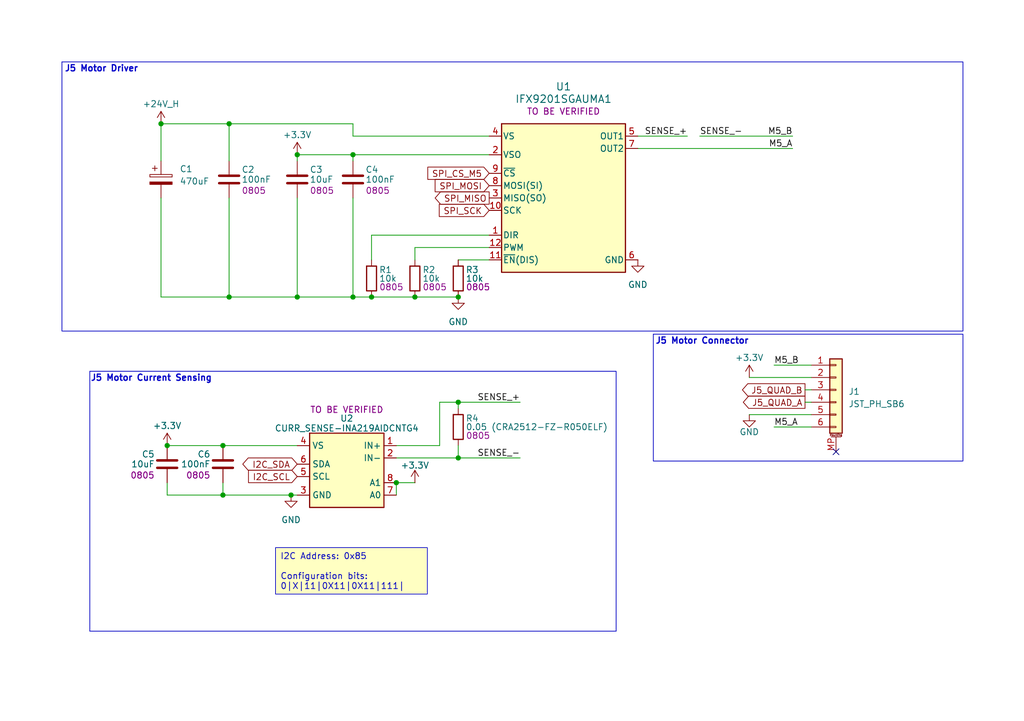
<source format=kicad_sch>
(kicad_sch (version 20231120) (generator "eeschema") (generator_version "8.0")
  (paper "A5")
  (title_block (title "${PROJECTNAME}") (date "2025-02-08") (rev "${REVISION}") (company "${GROUP_NAME}") (comment 1 "${AUTHOR}"))
  (lib_symbols
    (symbol "Connector_Generic_MountingPin:Conn_01x06_MountingPin" (pin_names (offset 1.016) hide)
      (property "Reference" "J" (at 0 7.62 0))
      (property "Value" "Conn_01x06_MountingPin" (at 1.27 -10.16 0))
      (symbol "Conn_01x06_MountingPin_1_1"
        (rectangle (start -1.27 -7.493) (end 0 -7.747) (stroke (width 0.1524)))
        (rectangle (start -1.27 -4.953) (end 0 -5.207) (stroke (width 0.1524)))
        (rectangle (start -1.27 -2.413) (end 0 -2.667) (stroke (width 0.1524)))
        (rectangle (start -1.27 0.127) (end 0 -0.127) (stroke (width 0.1524)))
        (rectangle (start -1.27 2.667) (end 0 2.413) (stroke (width 0.1524)))
        (rectangle (start -1.27 5.207) (end 0 4.953) (stroke (width 0.1524)))
        (rectangle (start -1.27 6.35) (end 1.27 -8.89) (stroke (width 0.254)) (fill (type background)))
        (polyline (pts (xy -1.016 -9.652) (xy 1.016 -9.652)) (stroke (width 0.1524)))
        (text "Mounting" (at 0 -9.271 0) (effects (font (size 0.381 0.381))))
        (pin passive line (at -5.08 5.08 0) (length 3.81) (name "Pin_1") (number "1"))
        (pin passive line (at -5.08 2.54 0) (length 3.81) (name "Pin_2") (number "2"))
        (pin passive line (at -5.08 0 0) (length 3.81) (name "Pin_3") (number "3"))
        (pin passive line (at -5.08 -2.54 0) (length 3.81) (name "Pin_4") (number "4"))
        (pin passive line (at -5.08 -5.08 0) (length 3.81) (name "Pin_5") (number "5"))
        (pin passive line (at -5.08 -7.62 0) (length 3.81) (name "Pin_6") (number "6"))
        (pin passive line (at 0 -12.7 90) (length 3.048) (name "MountPin") (number "MP"))
      )
    )
    (symbol "Device:C_Polarized" (pin_numbers hide) (pin_names (offset 0.254))
      (property "Reference" "C" (at 0.635 2.54 0))
      (property "Value" "C_Polarized" (at 0.635 -2.54 0))
      (symbol "C_Polarized_0_1"
        (rectangle (start -2.286 0.508) (end 2.286 1.016))
        (polyline (pts (xy -1.778 2.286) (xy -0.762 2.286)))
        (polyline (pts (xy -1.27 2.794) (xy -1.27 1.778)))
        (rectangle (start 2.286 -0.508) (end -2.286 -1.016) (fill (type outline)))
      )
      (symbol "C_Polarized_1_1"
        (pin passive line (at 0 3.81 270) (length 2.794) (name "~") (number "1"))
        (pin passive line (at 0 -3.81 90) (length 2.794) (name "~") (number "2"))
      )
    )
    (symbol "RoverLibrary:CURR_SENSE-INA219AIDCNTG4"
      (property "Reference" "U" (at 0 10.668 0))
      (property "Value" "CURR_SENSE-INA219AIDCNTG4" (at 0 8.636 0))
      (property "STATUS" "TO BE VERIFIED" (at 0 12.446 0))
      (symbol "CURR_SENSE-INA219AIDCNTG4_0_1"
        (rectangle (start -7.62 7.62) (end 7.62 -7.62) (stroke (width 0.254)) (fill (type background)))
      )
      (symbol "CURR_SENSE-INA219AIDCNTG4_1_1"
        (pin input line (at 10.16 5.08 180) (length 2.54) (name "IN+") (number "1"))
        (pin input line (at 10.16 2.54 180) (length 2.54) (name "IN-") (number "2"))
        (pin power_in line (at -10.16 -5.08 0) (length 2.54) (name "GND") (number "3"))
        (pin power_in line (at -10.16 5.08 0) (length 2.54) (name "VS") (number "4"))
        (pin input line (at -10.16 -1.27 0) (length 2.54) (name "SCL") (number "5"))
        (pin bidirectional line (at -10.16 1.27 0) (length 2.54) (name "SDA") (number "6"))
        (pin input line (at 10.16 -5.08 180) (length 2.54) (name "A0") (number "7"))
        (pin input line (at 10.16 -2.54 180) (length 2.54) (name "A1") (number "8"))
      )
    )
    (symbol "RoverLibrary:C_0805" (pin_numbers hide) (pin_names (offset 0.254))
      (property "Reference" "C" (at 2.54 2.032 0))
      (property "Value" "~" (at 2.54 0 0))
      (property "Package" "0805" (at 2.54 -2.286 0))
      (symbol "C_0805_0_1"
        (polyline (pts (xy -2.032 -0.762) (xy 2.032 -0.762)) (stroke (width 0.508)))
        (polyline (pts (xy -2.032 0.762) (xy 2.032 0.762)) (stroke (width 0.508)))
      )
      (symbol "C_0805_1_1"
        (pin passive line (at 0 3.81 270) (length 2.794) (name "~") (number "1"))
        (pin passive line (at 0 -3.81 90) (length 2.794) (name "~") (number "2"))
      )
    )
    (symbol "RoverLibrary:Drive-IFX9201SGAUMA1" (pin_names (offset 0.254))
      (property "Reference" "U" (at 0 -1.27 0))
      (property "Value" "IFX9201SGAUMA1" (at 0 -3.81 0))
      (property "STATUS" "TO BE VERIFIED" (at 0 1.016 0))
      (symbol "Drive-IFX9201SGAUMA1_1_1"
        (rectangle (start -12.7 -6.35) (end 12.7 -36.83) (stroke (width 0.254)) (fill (type background)))
        (pin input line (at -15.24 -29.21 0) (length 2.54) (name "DIR") (number "1"))
        (pin input line (at -15.24 -24.13 0) (length 2.54) (name "SCK") (number "10"))
        (pin input line (at -15.24 -34.29 0) (length 2.54) (name "~{EN}(DIS)") (number "11"))
        (pin input line (at -15.24 -31.75 0) (length 2.54) (name "PWM") (number "12"))
        (pin input line (at -15.24 -12.7 0) (length 2.54) (name "VSO") (number "2"))
        (pin output line (at -15.24 -21.59 0) (length 2.54) (name "MISO(SO)") (number "3"))
        (pin power_in line (at -15.24 -8.89 0) (length 2.54) (name "VS") (number "4"))
        (pin power_out line (at 15.24 -8.89 180) (length 2.54) (name "OUT1") (number "5"))
        (pin input line (at 15.24 -34.29 180) (length 2.54) (name "GND") (number "6"))
        (pin power_out line (at 15.24 -11.43 180) (length 2.54) (name "OUT2") (number "7"))
        (pin input line (at -15.24 -19.05 0) (length 2.54) (name "MOSI(SI)") (number "8"))
        (pin input line (at -15.24 -16.51 0) (length 2.54) (name "~{CS}") (number "9"))
      )
    )
    (symbol "RoverLibrary:R_0805" (pin_numbers hide) (pin_names (offset 0))
      (property "Reference" "R" (at 2.032 0 90))
      (property "Value" "k" (at 0 0 90))
      (property "Package" "0805" (at -2.286 0 90))
      (symbol "R_0805_0_1"
        (rectangle (start -1.016 -2.54) (end 1.016 2.54) (stroke (width 0.254)))
      )
      (symbol "R_0805_1_1"
        (pin passive line (at 0 3.81 270) (length 1.27) (name "~") (number "1"))
        (pin passive line (at 0 -3.81 90) (length 1.27) (name "~") (number "2"))
      )
    )
    (symbol "power:+24V" (power) (pin_numbers hide) (pin_names (offset 0) hide)
      (property "Value" "+24V" (at 0 3.556 0))
      (symbol "+24V_0_1"
        (polyline (pts (xy -0.762 1.27) (xy 0 2.54)))
        (polyline (pts (xy 0 0) (xy 0 2.54)))
        (polyline (pts (xy 0 2.54) (xy 0.762 1.27)))
      )
      (symbol "+24V_1_1"
        (pin power_in line (at 0 0 90) (length 0) (name "~") (number "1"))
      )
    )
    (symbol "power:+3.3V" (power) (pin_numbers hide) (pin_names (offset 0) hide)
      (property "Value" "+3.3V" (at 0 3.556 0))
      (symbol "+3.3V_0_1"
        (polyline (pts (xy -0.762 1.27) (xy 0 2.54)))
        (polyline (pts (xy 0 0) (xy 0 2.54)))
        (polyline (pts (xy 0 2.54) (xy 0.762 1.27)))
      )
      (symbol "+3.3V_1_1"
        (pin power_in line (at 0 0 90) (length 0) (name "~") (number "1"))
      )
    )
    (symbol "power:GND" (power) (pin_numbers hide) (pin_names (offset 0) hide)
      (property "Value" "GND" (at 0 -3.81 0))
      (symbol "GND_0_1"
        (polyline (pts (xy 0 0) (xy 0 -1.27) (xy 1.27 -1.27) (xy 0 -2.54) (xy -1.27 -1.27) (xy 0 -1.27)))
      )
      (symbol "GND_1_1"
        (pin power_in line (at 0 0 270) (length 0) (name "~") (number "1"))
      )
    )
  )
  (junction (at 72.39 31.75))
  (junction (at 60.96 31.75))
  (junction (at 93.98 60.96))
  (junction (at 45.72 101.6))
  (junction (at 76.2 60.96))
  (junction (at 60.96 60.96))
  (junction (at 45.72 91.44))
  (junction (at 34.29 91.44))
  (junction (at 85.09 60.96))
  (junction (at 72.39 60.96))
  (junction (at 93.98 82.55))
  (junction (at 81.28 99.06))
  (junction (at 59.69 101.6))
  (junction (at 46.99 25.4))
  (junction (at 33.02 25.4))
  (junction (at 93.98 93.98))
  (junction (at 46.99 60.96))
  (no_connect (at 171.45 92.71))
  (wire (pts (xy 60.96 60.96) (xy 60.96 40.64)))
  (wire (pts (xy 76.2 60.96) (xy 85.09 60.96)))
  (wire (pts (xy 130.81 30.48) (xy 162.56 30.48)))
  (wire (pts (xy 45.72 91.44) (xy 60.96 91.44)))
  (wire (pts (xy 85.09 53.34) (xy 85.09 50.8)))
  (wire (pts (xy 33.02 60.96) (xy 33.02 40.64)))
  (wire (pts (xy 72.39 27.94) (xy 100.33 27.94)))
  (wire (pts (xy 46.99 25.4) (xy 72.39 25.4)))
  (wire (pts (xy 165.1 80.01) (xy 166.37 80.01)))
  (wire (pts (xy 85.09 50.8) (xy 100.33 50.8)))
  (wire (pts (xy 72.39 25.4) (xy 72.39 27.94)))
  (wire (pts (xy 158.75 74.93) (xy 166.37 74.93)))
  (wire (pts (xy 60.96 33.02) (xy 60.96 31.75)))
  (wire (pts (xy 85.09 60.96) (xy 93.98 60.96)))
  (wire (pts (xy 90.17 82.55) (xy 93.98 82.55)))
  (wire (pts (xy 34.29 101.6) (xy 34.29 99.06)))
  (wire (pts (xy 140.97 27.94) (xy 130.81 27.94)))
  (wire (pts (xy 93.98 91.44) (xy 93.98 93.98)))
  (wire (pts (xy 76.2 48.26) (xy 100.33 48.26)))
  (wire (pts (xy 165.1 82.55) (xy 166.37 82.55)))
  (wire (pts (xy 72.39 31.75) (xy 100.33 31.75)))
  (wire (pts (xy 81.28 91.44) (xy 90.17 91.44)))
  (wire (pts (xy 81.28 93.98) (xy 93.98 93.98)))
  (wire (pts (xy 72.39 60.96) (xy 72.39 40.64)))
  (wire (pts (xy 143.51 27.94) (xy 162.56 27.94)))
  (wire (pts (xy 81.28 99.06) (xy 85.09 99.06)))
  (wire (pts (xy 46.99 33.02) (xy 46.99 25.4)))
  (wire (pts (xy 33.02 60.96) (xy 46.99 60.96)))
  (wire (pts (xy 93.98 82.55) (xy 106.68 82.55)))
  (wire (pts (xy 45.72 101.6) (xy 34.29 101.6)))
  (wire (pts (xy 60.96 31.75) (xy 72.39 31.75)))
  (wire (pts (xy 90.17 91.44) (xy 90.17 82.55)))
  (wire (pts (xy 34.29 91.44) (xy 45.72 91.44)))
  (wire (pts (xy 158.75 87.63) (xy 166.37 87.63)))
  (wire (pts (xy 60.96 60.96) (xy 72.39 60.96)))
  (wire (pts (xy 93.98 93.98) (xy 106.68 93.98)))
  (wire (pts (xy 76.2 60.96) (xy 72.39 60.96)))
  (wire (pts (xy 33.02 25.4) (xy 46.99 25.4)))
  (wire (pts (xy 72.39 33.02) (xy 72.39 31.75)))
  (wire (pts (xy 81.28 99.06) (xy 81.28 101.6)))
  (wire (pts (xy 76.2 53.34) (xy 76.2 48.26)))
  (wire (pts (xy 46.99 60.96) (xy 60.96 60.96)))
  (wire (pts (xy 33.02 33.02) (xy 33.02 25.4)))
  (wire (pts (xy 153.67 85.09) (xy 166.37 85.09)))
  (wire (pts (xy 59.69 101.6) (xy 45.72 101.6)))
  (wire (pts (xy 153.67 77.47) (xy 166.37 77.47)))
  (wire (pts (xy 46.99 60.96) (xy 46.99 40.64)))
  (wire (pts (xy 93.98 82.55) (xy 93.98 83.82)))
  (wire (pts (xy 59.69 101.6) (xy 60.96 101.6)))
  (wire (pts (xy 45.72 99.06) (xy 45.72 101.6)))
  (wire (pts (xy 93.98 53.34) (xy 100.33 53.34)))
  (rectangle (start 12.7 12.7) (end 197.485 67.945))
  (rectangle (start 18.415 76.2) (end 126.365 129.54))
  (rectangle (start 133.985 68.58) (end 197.485 94.615))
  (text_box "I2C Address: 0x85\n\nConfiguration bits: \n0|X|11|0X11|0X11|111|" (at 56.515 112.395 0) (size 31.115 9.525) (fill (type color) (color 255 255 194 1)) (effects (font (size 1.27 1.27)) (justify left top)))
  (text "J5 Motor Connector" (at 134.366 70.104 0) (effects (font (size 1.27 1.27) (thickness 0.254) (bold yes)) (justify left)))
  (text "J5 Motor Driver" (at 13.208 14.224 0) (effects (font (size 1.27 1.27) (thickness 0.254) (bold yes)) (justify left)))
  (text "J5 Motor Current Sensing" (at 18.542 77.724 0) (effects (font (size 1.27 1.27) (thickness 0.254) (bold yes)) (justify left)))
  (label "M5_B" (at 162.56 27.94 180))
  (label "SENSE_+" (at 106.68 82.55 180))
  (label "SENSE_-" (at 143.51 27.94 0))
  (label "SENSE_-" (at 106.68 93.98 180))
  (label "M5_A" (at 158.75 87.63 0))
  (label "M5_B" (at 158.75 74.93 0))
  (label "SENSE_+" (at 140.97 27.94 180))
  (label "M5_A" (at 162.56 30.48 180))
  (global_label "SPI_MISO" (shape output) (at 100.33 40.64 180) (property "Intersheetrefs" "${INTERSHEET_REFS}" (effects (hide yes))))
  (global_label "SPI_MOSI" (shape input) (at 100.33 38.1 180) (property "Intersheetrefs" "${INTERSHEET_REFS}" (effects (hide yes))))
  (global_label "I2C_SCL" (shape input) (at 60.96 97.79 180) (property "Intersheetrefs" "${INTERSHEET_REFS}" (effects (hide yes))))
  (global_label "J5_QUAD_A" (shape output) (at 165.1 82.55 180) (property "Intersheetrefs" "${INTERSHEET_REFS}" (effects (hide yes))))
  (global_label "SPI_SCK" (shape input) (at 100.33 43.18 180) (property "Intersheetrefs" "${INTERSHEET_REFS}" (effects (hide yes))))
  (global_label "I2C_SDA" (shape bidirectional) (at 60.96 95.25 180) (property "Intersheetrefs" "${INTERSHEET_REFS}" (effects (hide yes))))
  (global_label "J5_QUAD_B" (shape output) (at 165.1 80.01 180) (property "Intersheetrefs" "${INTERSHEET_REFS}" (effects (hide yes))))
  (global_label "SPI_CS_M5" (shape input) (at 100.33 35.56 180) (property "Intersheetrefs" "${INTERSHEET_REFS}" (effects (hide yes))))
  (symbol (lib_id "power:GND") (at 93.98 60.96 0) (unit 1)
    (property "Reference" "#PWR08" (effects (hide yes)))
    (property "Value" "GND" (at 93.98 66.04 0))
    (property "Description" "Power symbol creates a global label with name \"GND\" , ground" (effects (hide yes)))
  )
  (symbol (lib_id "power:+3.3V") (at 34.29 91.44 0) (unit 1)
    (property "Reference" "#PWR011" (effects (hide yes)))
    (property "Value" "+3.3V" (at 34.29 87.376 0))
    (property "Description" "Power symbol creates a global label with name \"+3.3V\"" (effects (hide yes)))
  )
  (symbol (lib_id "RoverLibrary:C_0805") (at 60.96 36.83 0) (unit 1)
    (property "Reference" "C3" (at 63.5 34.798 0) (effects (justify left)))
    (property "Value" "10uF" (at 63.5 36.83 0) (effects (justify left)))
    (property "Footprint" "Capacitor_SMD:C_0805_2012Metric_Pad1.18x1.45mm_HandSolder" (effects (hide yes)))
    (property "Description" "Unpolarized capacitor" (effects (hide yes)))
    (property "Package" "0805" (at 63.5 39.116 0) (effects (justify left)))
  )
  (symbol (lib_id "RoverLibrary:Drive-IFX9201SGAUMA1") (at 115.57 19.05 0) (unit 1)
    (property "Reference" "U1" (at 115.57 17.78 0) (effects (font (size 1.524 1.524))))
    (property "Value" "IFX9201SGAUMA1" (at 115.57 20.32 0) (effects (font (size 1.524 1.524))))
    (property "Footprint" "RoverFootprint:DRIVE_IFX9201SGAUMA1" (effects (hide yes)))
    (property "Datasheet" "https://www.infineon.com/dgdl/Infineon-IFX9201SG-DS-v01_01-EN.pdf?fileId=5546d4624cb7f111014d2e8916795dea&ack=t" (effects (hide yes)))
    (property "Description" "Full H-Bridge, DC Drive, SPI, 6A" (effects (hide yes)))
    (property "STATUS" "TO BE VERIFIED" (at 115.57 22.86 0))
  )
  (symbol (lib_id "RoverLibrary:C_0805") (at 34.29 95.25 0) (mirror y) (unit 1)
    (property "Reference" "C5" (at 31.75 93.218 0) (effects (justify left)))
    (property "Value" "10uF" (at 31.75 95.25 0) (effects (justify left)))
    (property "Footprint" "Capacitor_SMD:C_0805_2012Metric_Pad1.18x1.45mm_HandSolder" (effects (hide yes)))
    (property "Description" "Unpolarized capacitor" (effects (hide yes)))
    (property "Package" "0805" (at 31.75 97.536 0) (effects (justify left)))
  )
  (symbol (lib_id "RoverLibrary:CURR_SENSE-INA219AIDCNTG4") (at 71.12 96.52 0) (unit 1)
    (property "Reference" "U2" (at 71.12 85.852 0))
    (property "Value" "CURR_SENSE-INA219AIDCNTG4" (at 71.12 87.884 0))
    (property "Footprint" "Package_TO_SOT_SMD:SOT-23-8" (effects (hide yes)))
    (property "Datasheet" "https://www.ti.com/lit/ds/symlink/ina219.pdf" (effects (hide yes)))
    (property "Description" "Zero-Drift, Bidirectional Current/Power Monitor (0-26V) With I2C Interface, SOT-23-8" (effects (hide yes)))
    (property "STATUS" "TO BE VERIFIED" (at 71.12 84.074 0))
  )
  (symbol (lib_id "RoverLibrary:C_0805") (at 46.99 36.83 0) (unit 1)
    (property "Reference" "C2" (at 49.53 34.798 0) (effects (justify left)))
    (property "Value" "100nF" (at 49.53 36.83 0) (effects (justify left)))
    (property "Footprint" "Capacitor_SMD:C_0805_2012Metric_Pad1.18x1.45mm_HandSolder" (effects (hide yes)))
    (property "Description" "Unpolarized capacitor" (effects (hide yes)))
    (property "Package" "0805" (at 49.53 39.116 0) (effects (justify left)))
  )
  (symbol (lib_id "RoverLibrary:R_0805") (at 93.98 57.15 0) (unit 1)
    (property "Reference" "R3" (at 95.504 55.372 0) (effects (justify left)))
    (property "Value" "10k" (at 95.504 57.15 0) (effects (justify left)))
    (property "Footprint" "Resistor_SMD:R_0805_2012Metric_Pad1.20x1.40mm_HandSolder" (effects (hide yes)))
    (property "Description" "Resistor" (effects (hide yes)))
    (property "Package" "0805" (at 98.044 58.928 0))
  )
  (symbol (lib_id "power:+3.3V") (at 85.09 99.06 0) (unit 1)
    (property "Reference" "#PWR012" (effects (hide yes)))
    (property "Value" "+3.3V" (at 85.09 95.504 0))
    (property "Description" "Power symbol creates a global label with name \"+3.3V\"" (effects (hide yes)))
  )
  (symbol (lib_id "RoverLibrary:R_0805") (at 85.09 57.15 0) (unit 1)
    (property "Reference" "R2" (at 86.614 55.372 0) (effects (justify left)))
    (property "Value" "10k" (at 86.614 57.15 0) (effects (justify left)))
    (property "Footprint" "Resistor_SMD:R_0805_2012Metric_Pad1.20x1.40mm_HandSolder" (effects (hide yes)))
    (property "Description" "Resistor" (effects (hide yes)))
    (property "Package" "0805" (at 89.154 58.928 0))
  )
  (symbol (lib_id "power:+3.3V") (at 153.67 77.47 0) (unit 1)
    (property "Reference" "#PWR09" (effects (hide yes)))
    (property "Value" "+3.3V" (at 153.67 73.406 0))
    (property "Description" "Power symbol creates a global label with name \"+3.3V\"" (effects (hide yes)))
  )
  (symbol (lib_id "power:GND") (at 130.81 53.34 0) (unit 1)
    (property "Reference" "#PWR07" (effects (hide yes)))
    (property "Value" "GND" (at 130.81 58.42 0))
    (property "Description" "Power symbol creates a global label with name \"GND\" , ground" (effects (hide yes)))
  )
  (symbol (lib_id "power:+3.3V") (at 60.96 31.75 0) (unit 1)
    (property "Reference" "#PWR06" (effects (hide yes)))
    (property "Value" "+3.3V" (at 60.96 27.686 0))
    (property "Description" "Power symbol creates a global label with name \"+3.3V\"" (effects (hide yes)))
  )
  (symbol (lib_id "Connector_Generic_MountingPin:Conn_01x06_MountingPin") (at 171.45 80.01 0) (unit 1)
    (property "Reference" "J1" (at 173.99 80.3655 0) (effects (justify left)))
    (property "Value" "JST_PH_SB6" (at 173.99 82.9055 0) (effects (justify left)))
    (property "Footprint" "Connector_JST:JST_PH_S6B-PH-SM4-TB_1x06-1MP_P2.00mm_Horizontal" (effects (hide yes)))
    (property "Description" "Generic connectable mounting pin connector, single row, 01x06, script generated (kicad-library-utils/schlib/autogen/connector/)" (effects (hide yes)))
  )
  (symbol (lib_id "RoverLibrary:R_0805") (at 93.98 87.63 0) (unit 1)
    (property "Reference" "R4" (at 95.504 85.852 0) (effects (justify left)))
    (property "Value" "0.05 (CRA2512-FZ-R050ELF)" (at 95.504 87.63 0) (effects (justify left)))
    (property "Footprint" "Resistor_SMD:R_2512_6332Metric_Pad1.40x3.35mm_HandSolder" (effects (hide yes)))
    (property "Description" "Resistor" (effects (hide yes)))
    (property "Package" "0805" (at 98.044 89.408 0))
  )
  (symbol (lib_id "power:GND") (at 153.67 85.09 0) (unit 1)
    (property "Reference" "#PWR010" (effects (hide yes)))
    (property "Value" "GND" (at 153.67 88.646 0))
    (property "Description" "Power symbol creates a global label with name \"GND\" , ground" (effects (hide yes)))
  )
  (symbol (lib_id "Device:C_Polarized") (at 33.02 36.83 0) (unit 1)
    (property "Reference" "C1" (at 36.83 34.6709 0) (effects (justify left)))
    (property "Value" "470uF" (at 36.83 37.2109 0) (effects (justify left)))
    (property "Footprint" "Capacitor_SMD:CP_Elec_8x10.5" (effects (hide yes)))
    (property "Description" "UCV1V471MNL1GS" (effects (hide yes)))
  )
  (symbol (lib_id "power:+24V") (at 33.02 25.4 0) (unit 1)
    (property "Reference" "#PWR05" (effects (hide yes)))
    (property "Value" "+24V_H" (at 33.02 21.336 0))
    (property "Description" "Power symbol creates a global label with name \"+24V\"" (effects (hide yes)))
  )
  (symbol (lib_id "RoverLibrary:R_0805") (at 76.2 57.15 0) (unit 1)
    (property "Reference" "R1" (at 77.724 55.372 0) (effects (justify left)))
    (property "Value" "10k" (at 77.724 57.15 0) (effects (justify left)))
    (property "Footprint" "Resistor_SMD:R_0805_2012Metric_Pad1.20x1.40mm_HandSolder" (effects (hide yes)))
    (property "Description" "Resistor" (effects (hide yes)))
    (property "Package" "0805" (at 80.264 58.928 0))
  )
  (symbol (lib_id "RoverLibrary:C_0805") (at 45.72 95.25 0) (mirror y) (unit 1)
    (property "Reference" "C6" (at 43.18 93.218 0) (effects (justify left)))
    (property "Value" "100nF" (at 43.18 95.25 0) (effects (justify left)))
    (property "Footprint" "Capacitor_SMD:C_0805_2012Metric_Pad1.18x1.45mm_HandSolder" (effects (hide yes)))
    (property "Description" "Unpolarized capacitor" (effects (hide yes)))
    (property "Package" "0805" (at 43.18 97.536 0) (effects (justify left)))
  )
  (symbol (lib_id "RoverLibrary:C_0805") (at 72.39 36.83 0) (unit 1)
    (property "Reference" "C4" (at 74.93 34.798 0) (effects (justify left)))
    (property "Value" "100nF" (at 74.93 36.83 0) (effects (justify left)))
    (property "Footprint" "Capacitor_SMD:C_0805_2012Metric_Pad1.18x1.45mm_HandSolder" (effects (hide yes)))
    (property "Description" "Unpolarized capacitor" (effects (hide yes)))
    (property "Package" "0805" (at 74.93 39.116 0) (effects (justify left)))
  )
  (symbol (lib_id "power:GND") (at 59.69 101.6 0) (unit 1)
    (property "Reference" "#PWR013" (effects (hide yes)))
    (property "Value" "GND" (at 59.69 106.68 0))
    (property "Description" "Power symbol creates a global label with name \"GND\" , ground" (effects (hide yes)))
  )
)
</source>
